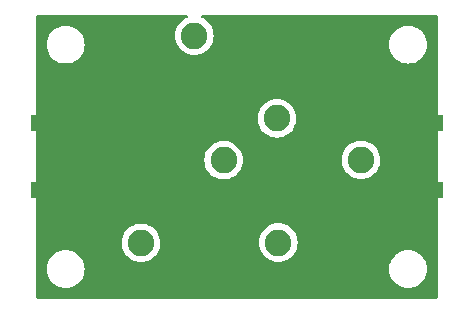
<source format=gbr>
%TF.GenerationSoftware,KiCad,Pcbnew,(6.0.1)*%
%TF.CreationDate,2022-02-12T12:27:59+00:00*%
%TF.ProjectId,LowPass_10mm,4c6f7750-6173-4735-9f31-306d6d2e6b69,rev?*%
%TF.SameCoordinates,Original*%
%TF.FileFunction,Copper,L2,Bot*%
%TF.FilePolarity,Positive*%
%FSLAX46Y46*%
G04 Gerber Fmt 4.6, Leading zero omitted, Abs format (unit mm)*
G04 Created by KiCad (PCBNEW (6.0.1)) date 2022-02-12 12:27:59*
%MOMM*%
%LPD*%
G01*
G04 APERTURE LIST*
%TA.AperFunction,ComponentPad*%
%ADD10C,2.250000*%
%TD*%
%TA.AperFunction,SMDPad,CuDef*%
%ADD11R,4.200000X1.350000*%
%TD*%
G04 APERTURE END LIST*
D10*
%TO.P,L3,1,1*%
%TO.N,Net-(C5-Pad1)*%
X121010800Y-119755800D03*
%TO.P,L3,2,2*%
%TO.N,Net-(C7-Pad1)*%
X128010800Y-112755800D03*
%TD*%
%TO.P,L2,1,1*%
%TO.N,Net-(C3-Pad1)*%
X113898800Y-102240200D03*
%TO.P,L2,2,2*%
%TO.N,Net-(C5-Pad1)*%
X120898800Y-109240200D03*
%TD*%
%TO.P,L1,2,2*%
%TO.N,Net-(C3-Pad1)*%
X116377600Y-112781200D03*
%TO.P,L1,1,1*%
%TO.N,Net-(C1-Pad1)*%
X109377600Y-119781200D03*
%TD*%
D11*
%TO.P,J2,2,Ext*%
%TO.N,GND*%
X132800000Y-109675000D03*
X132800000Y-115325000D03*
%TD*%
%TO.P,J1,2,Ext*%
%TO.N,GND*%
X102200000Y-115325000D03*
X102200000Y-109675000D03*
%TD*%
%TA.AperFunction,Conductor*%
%TO.N,GND*%
G36*
X113287056Y-100520002D02*
G01*
X113333549Y-100573658D01*
X113343653Y-100643932D01*
X113314159Y-100708512D01*
X113267153Y-100742409D01*
X113163131Y-100785496D01*
X113163127Y-100785498D01*
X113158557Y-100787391D01*
X112940401Y-100921077D01*
X112745844Y-101087244D01*
X112579677Y-101281801D01*
X112445991Y-101499957D01*
X112444098Y-101504527D01*
X112444096Y-101504531D01*
X112349972Y-101731767D01*
X112348078Y-101736340D01*
X112346923Y-101741152D01*
X112289503Y-101980317D01*
X112289502Y-101980323D01*
X112288348Y-101985130D01*
X112268274Y-102240200D01*
X112288348Y-102495270D01*
X112289502Y-102500077D01*
X112289503Y-102500083D01*
X112326947Y-102656043D01*
X112348078Y-102744060D01*
X112349971Y-102748631D01*
X112349972Y-102748633D01*
X112352107Y-102753786D01*
X112445991Y-102980443D01*
X112579677Y-103198599D01*
X112745844Y-103393156D01*
X112940401Y-103559323D01*
X113158557Y-103693009D01*
X113163127Y-103694902D01*
X113163131Y-103694904D01*
X113390367Y-103789028D01*
X113394940Y-103790922D01*
X113482957Y-103812053D01*
X113638917Y-103849497D01*
X113638923Y-103849498D01*
X113643730Y-103850652D01*
X113898800Y-103870726D01*
X114153870Y-103850652D01*
X114158677Y-103849498D01*
X114158683Y-103849497D01*
X114314643Y-103812053D01*
X114402660Y-103790922D01*
X114407233Y-103789028D01*
X114634469Y-103694904D01*
X114634473Y-103694902D01*
X114639043Y-103693009D01*
X114857199Y-103559323D01*
X115051756Y-103393156D01*
X115217923Y-103198599D01*
X115339624Y-103000000D01*
X130394551Y-103000000D01*
X130414317Y-103251148D01*
X130473127Y-103496111D01*
X130475020Y-103500682D01*
X130475021Y-103500684D01*
X130554685Y-103693009D01*
X130569534Y-103728859D01*
X130701164Y-103943659D01*
X130704376Y-103947419D01*
X130704379Y-103947424D01*
X130849256Y-104117052D01*
X130864776Y-104135224D01*
X130868538Y-104138437D01*
X131052576Y-104295621D01*
X131052581Y-104295624D01*
X131056341Y-104298836D01*
X131271141Y-104430466D01*
X131275711Y-104432359D01*
X131275715Y-104432361D01*
X131499316Y-104524979D01*
X131503889Y-104526873D01*
X131588289Y-104547135D01*
X131744039Y-104584528D01*
X131744045Y-104584529D01*
X131748852Y-104585683D01*
X131837149Y-104592632D01*
X131934661Y-104600307D01*
X131934670Y-104600307D01*
X131937118Y-104600500D01*
X132062882Y-104600500D01*
X132065330Y-104600307D01*
X132065339Y-104600307D01*
X132162851Y-104592632D01*
X132251148Y-104585683D01*
X132255955Y-104584529D01*
X132255961Y-104584528D01*
X132411711Y-104547135D01*
X132496111Y-104526873D01*
X132500684Y-104524979D01*
X132724285Y-104432361D01*
X132724289Y-104432359D01*
X132728859Y-104430466D01*
X132943659Y-104298836D01*
X132947419Y-104295624D01*
X132947424Y-104295621D01*
X133131462Y-104138437D01*
X133135224Y-104135224D01*
X133150744Y-104117052D01*
X133295621Y-103947424D01*
X133295624Y-103947419D01*
X133298836Y-103943659D01*
X133430466Y-103728859D01*
X133445316Y-103693009D01*
X133524979Y-103500684D01*
X133524980Y-103500682D01*
X133526873Y-103496111D01*
X133585683Y-103251148D01*
X133605449Y-103000000D01*
X133585683Y-102748852D01*
X133583378Y-102739248D01*
X133528028Y-102508701D01*
X133526873Y-102503889D01*
X133430466Y-102271141D01*
X133298836Y-102056341D01*
X133295624Y-102052581D01*
X133295621Y-102052576D01*
X133138437Y-101868538D01*
X133135224Y-101864776D01*
X132979491Y-101731767D01*
X132947424Y-101704379D01*
X132947419Y-101704376D01*
X132943659Y-101701164D01*
X132728859Y-101569534D01*
X132724289Y-101567641D01*
X132724285Y-101567639D01*
X132500684Y-101475021D01*
X132500682Y-101475020D01*
X132496111Y-101473127D01*
X132411711Y-101452865D01*
X132255961Y-101415472D01*
X132255955Y-101415471D01*
X132251148Y-101414317D01*
X132162851Y-101407368D01*
X132065339Y-101399693D01*
X132065330Y-101399693D01*
X132062882Y-101399500D01*
X131937118Y-101399500D01*
X131934670Y-101399693D01*
X131934661Y-101399693D01*
X131837149Y-101407368D01*
X131748852Y-101414317D01*
X131744045Y-101415471D01*
X131744039Y-101415472D01*
X131588289Y-101452865D01*
X131503889Y-101473127D01*
X131499318Y-101475020D01*
X131499316Y-101475021D01*
X131275715Y-101567639D01*
X131275711Y-101567641D01*
X131271141Y-101569534D01*
X131056341Y-101701164D01*
X131052581Y-101704376D01*
X131052576Y-101704379D01*
X131020509Y-101731767D01*
X130864776Y-101864776D01*
X130861563Y-101868538D01*
X130704379Y-102052576D01*
X130704376Y-102052581D01*
X130701164Y-102056341D01*
X130569534Y-102271141D01*
X130473127Y-102503889D01*
X130471972Y-102508701D01*
X130416623Y-102739248D01*
X130414317Y-102748852D01*
X130394551Y-103000000D01*
X115339624Y-103000000D01*
X115351609Y-102980443D01*
X115445494Y-102753786D01*
X115447628Y-102748633D01*
X115447629Y-102748631D01*
X115449522Y-102744060D01*
X115470653Y-102656043D01*
X115508097Y-102500083D01*
X115508098Y-102500077D01*
X115509252Y-102495270D01*
X115529326Y-102240200D01*
X115509252Y-101985130D01*
X115508098Y-101980323D01*
X115508097Y-101980317D01*
X115450677Y-101741152D01*
X115449522Y-101736340D01*
X115447628Y-101731767D01*
X115353504Y-101504531D01*
X115353502Y-101504527D01*
X115351609Y-101499957D01*
X115217923Y-101281801D01*
X115051756Y-101087244D01*
X114857199Y-100921077D01*
X114639043Y-100787391D01*
X114634473Y-100785498D01*
X114634469Y-100785496D01*
X114530447Y-100742409D01*
X114475166Y-100697861D01*
X114452745Y-100630497D01*
X114470303Y-100561706D01*
X114522265Y-100513328D01*
X114578665Y-100500000D01*
X134374000Y-100500000D01*
X134442121Y-100520002D01*
X134488614Y-100573658D01*
X134500000Y-100626000D01*
X134500000Y-124374000D01*
X134479998Y-124442121D01*
X134426342Y-124488614D01*
X134374000Y-124500000D01*
X100626000Y-124500000D01*
X100557879Y-124479998D01*
X100511386Y-124426342D01*
X100500000Y-124374000D01*
X100500000Y-122000000D01*
X101394551Y-122000000D01*
X101414317Y-122251148D01*
X101473127Y-122496111D01*
X101569534Y-122728859D01*
X101701164Y-122943659D01*
X101704376Y-122947419D01*
X101704379Y-122947424D01*
X101849256Y-123117052D01*
X101864776Y-123135224D01*
X101868538Y-123138437D01*
X102052576Y-123295621D01*
X102052581Y-123295624D01*
X102056341Y-123298836D01*
X102271141Y-123430466D01*
X102275711Y-123432359D01*
X102275715Y-123432361D01*
X102499316Y-123524979D01*
X102503889Y-123526873D01*
X102588289Y-123547135D01*
X102744039Y-123584528D01*
X102744045Y-123584529D01*
X102748852Y-123585683D01*
X102837149Y-123592632D01*
X102934661Y-123600307D01*
X102934670Y-123600307D01*
X102937118Y-123600500D01*
X103062882Y-123600500D01*
X103065330Y-123600307D01*
X103065339Y-123600307D01*
X103162851Y-123592632D01*
X103251148Y-123585683D01*
X103255955Y-123584529D01*
X103255961Y-123584528D01*
X103411711Y-123547135D01*
X103496111Y-123526873D01*
X103500684Y-123524979D01*
X103724285Y-123432361D01*
X103724289Y-123432359D01*
X103728859Y-123430466D01*
X103943659Y-123298836D01*
X103947419Y-123295624D01*
X103947424Y-123295621D01*
X104131462Y-123138437D01*
X104135224Y-123135224D01*
X104150744Y-123117052D01*
X104295621Y-122947424D01*
X104295624Y-122947419D01*
X104298836Y-122943659D01*
X104430466Y-122728859D01*
X104526873Y-122496111D01*
X104585683Y-122251148D01*
X104605449Y-122000000D01*
X130394551Y-122000000D01*
X130414317Y-122251148D01*
X130473127Y-122496111D01*
X130569534Y-122728859D01*
X130701164Y-122943659D01*
X130704376Y-122947419D01*
X130704379Y-122947424D01*
X130849256Y-123117052D01*
X130864776Y-123135224D01*
X130868538Y-123138437D01*
X131052576Y-123295621D01*
X131052581Y-123295624D01*
X131056341Y-123298836D01*
X131271141Y-123430466D01*
X131275711Y-123432359D01*
X131275715Y-123432361D01*
X131499316Y-123524979D01*
X131503889Y-123526873D01*
X131588289Y-123547135D01*
X131744039Y-123584528D01*
X131744045Y-123584529D01*
X131748852Y-123585683D01*
X131837149Y-123592632D01*
X131934661Y-123600307D01*
X131934670Y-123600307D01*
X131937118Y-123600500D01*
X132062882Y-123600500D01*
X132065330Y-123600307D01*
X132065339Y-123600307D01*
X132162851Y-123592632D01*
X132251148Y-123585683D01*
X132255955Y-123584529D01*
X132255961Y-123584528D01*
X132411711Y-123547135D01*
X132496111Y-123526873D01*
X132500684Y-123524979D01*
X132724285Y-123432361D01*
X132724289Y-123432359D01*
X132728859Y-123430466D01*
X132943659Y-123298836D01*
X132947419Y-123295624D01*
X132947424Y-123295621D01*
X133131462Y-123138437D01*
X133135224Y-123135224D01*
X133150744Y-123117052D01*
X133295621Y-122947424D01*
X133295624Y-122947419D01*
X133298836Y-122943659D01*
X133430466Y-122728859D01*
X133526873Y-122496111D01*
X133585683Y-122251148D01*
X133605449Y-122000000D01*
X133585683Y-121748852D01*
X133526873Y-121503889D01*
X133488698Y-121411726D01*
X133432361Y-121275715D01*
X133432359Y-121275711D01*
X133430466Y-121271141D01*
X133298836Y-121056341D01*
X133295624Y-121052581D01*
X133295621Y-121052576D01*
X133138437Y-120868538D01*
X133135224Y-120864776D01*
X132988661Y-120739599D01*
X132947424Y-120704379D01*
X132947419Y-120704376D01*
X132943659Y-120701164D01*
X132728859Y-120569534D01*
X132724289Y-120567641D01*
X132724285Y-120567639D01*
X132500684Y-120475021D01*
X132500682Y-120475020D01*
X132496111Y-120473127D01*
X132411711Y-120452865D01*
X132255961Y-120415472D01*
X132255955Y-120415471D01*
X132251148Y-120414317D01*
X132162851Y-120407368D01*
X132065339Y-120399693D01*
X132065330Y-120399693D01*
X132062882Y-120399500D01*
X131937118Y-120399500D01*
X131934670Y-120399693D01*
X131934661Y-120399693D01*
X131837149Y-120407368D01*
X131748852Y-120414317D01*
X131744045Y-120415471D01*
X131744039Y-120415472D01*
X131588289Y-120452865D01*
X131503889Y-120473127D01*
X131499318Y-120475020D01*
X131499316Y-120475021D01*
X131275715Y-120567639D01*
X131275711Y-120567641D01*
X131271141Y-120569534D01*
X131056341Y-120701164D01*
X131052581Y-120704376D01*
X131052576Y-120704379D01*
X131011339Y-120739599D01*
X130864776Y-120864776D01*
X130861563Y-120868538D01*
X130704379Y-121052576D01*
X130704376Y-121052581D01*
X130701164Y-121056341D01*
X130569534Y-121271141D01*
X130567641Y-121275711D01*
X130567639Y-121275715D01*
X130511302Y-121411726D01*
X130473127Y-121503889D01*
X130414317Y-121748852D01*
X130394551Y-122000000D01*
X104605449Y-122000000D01*
X104585683Y-121748852D01*
X104526873Y-121503889D01*
X104488698Y-121411726D01*
X104432361Y-121275715D01*
X104432359Y-121275711D01*
X104430466Y-121271141D01*
X104298836Y-121056341D01*
X104295624Y-121052581D01*
X104295621Y-121052576D01*
X104138437Y-120868538D01*
X104135224Y-120864776D01*
X103988661Y-120739599D01*
X103947424Y-120704379D01*
X103947419Y-120704376D01*
X103943659Y-120701164D01*
X103728859Y-120569534D01*
X103724289Y-120567641D01*
X103724285Y-120567639D01*
X103500684Y-120475021D01*
X103500682Y-120475020D01*
X103496111Y-120473127D01*
X103411711Y-120452865D01*
X103255961Y-120415472D01*
X103255955Y-120415471D01*
X103251148Y-120414317D01*
X103162851Y-120407368D01*
X103065339Y-120399693D01*
X103065330Y-120399693D01*
X103062882Y-120399500D01*
X102937118Y-120399500D01*
X102934670Y-120399693D01*
X102934661Y-120399693D01*
X102837149Y-120407368D01*
X102748852Y-120414317D01*
X102744045Y-120415471D01*
X102744039Y-120415472D01*
X102588289Y-120452865D01*
X102503889Y-120473127D01*
X102499318Y-120475020D01*
X102499316Y-120475021D01*
X102275715Y-120567639D01*
X102275711Y-120567641D01*
X102271141Y-120569534D01*
X102056341Y-120701164D01*
X102052581Y-120704376D01*
X102052576Y-120704379D01*
X102011339Y-120739599D01*
X101864776Y-120864776D01*
X101861563Y-120868538D01*
X101704379Y-121052576D01*
X101704376Y-121052581D01*
X101701164Y-121056341D01*
X101569534Y-121271141D01*
X101567641Y-121275711D01*
X101567639Y-121275715D01*
X101511302Y-121411726D01*
X101473127Y-121503889D01*
X101414317Y-121748852D01*
X101394551Y-122000000D01*
X100500000Y-122000000D01*
X100500000Y-119781200D01*
X107747074Y-119781200D01*
X107767148Y-120036270D01*
X107768302Y-120041077D01*
X107768303Y-120041083D01*
X107805747Y-120197043D01*
X107826878Y-120285060D01*
X107828771Y-120289631D01*
X107828772Y-120289633D01*
X107874361Y-120399693D01*
X107924791Y-120521443D01*
X108058477Y-120739599D01*
X108224644Y-120934156D01*
X108419201Y-121100323D01*
X108637357Y-121234009D01*
X108641927Y-121235902D01*
X108641931Y-121235904D01*
X108815207Y-121307677D01*
X108873740Y-121331922D01*
X108961757Y-121353053D01*
X109117717Y-121390497D01*
X109117723Y-121390498D01*
X109122530Y-121391652D01*
X109377600Y-121411726D01*
X109632670Y-121391652D01*
X109637477Y-121390498D01*
X109637483Y-121390497D01*
X109793443Y-121353053D01*
X109881460Y-121331922D01*
X109939993Y-121307677D01*
X110113269Y-121235904D01*
X110113273Y-121235902D01*
X110117843Y-121234009D01*
X110335999Y-121100323D01*
X110530556Y-120934156D01*
X110696723Y-120739599D01*
X110830409Y-120521443D01*
X110880840Y-120399693D01*
X110926428Y-120289633D01*
X110926429Y-120289631D01*
X110928322Y-120285060D01*
X110949453Y-120197043D01*
X110986897Y-120041083D01*
X110986898Y-120041077D01*
X110988052Y-120036270D01*
X111008126Y-119781200D01*
X111006127Y-119755800D01*
X119380274Y-119755800D01*
X119400348Y-120010870D01*
X119401502Y-120015677D01*
X119401503Y-120015683D01*
X119438947Y-120171643D01*
X119460078Y-120259660D01*
X119461971Y-120264231D01*
X119461972Y-120264233D01*
X119518082Y-120399693D01*
X119557991Y-120496043D01*
X119691677Y-120714199D01*
X119857844Y-120908756D01*
X120052401Y-121074923D01*
X120270557Y-121208609D01*
X120275127Y-121210502D01*
X120275131Y-121210504D01*
X120432565Y-121275715D01*
X120506940Y-121306522D01*
X120594957Y-121327653D01*
X120750917Y-121365097D01*
X120750923Y-121365098D01*
X120755730Y-121366252D01*
X121010800Y-121386326D01*
X121265870Y-121366252D01*
X121270677Y-121365098D01*
X121270683Y-121365097D01*
X121426643Y-121327653D01*
X121514660Y-121306522D01*
X121589035Y-121275715D01*
X121746469Y-121210504D01*
X121746473Y-121210502D01*
X121751043Y-121208609D01*
X121969199Y-121074923D01*
X122163756Y-120908756D01*
X122329923Y-120714199D01*
X122463609Y-120496043D01*
X122503519Y-120399693D01*
X122559628Y-120264233D01*
X122559629Y-120264231D01*
X122561522Y-120259660D01*
X122582653Y-120171643D01*
X122620097Y-120015683D01*
X122620098Y-120015677D01*
X122621252Y-120010870D01*
X122641326Y-119755800D01*
X122621252Y-119500730D01*
X122620098Y-119495923D01*
X122620097Y-119495917D01*
X122562677Y-119256752D01*
X122561522Y-119251940D01*
X122463609Y-119015557D01*
X122329923Y-118797401D01*
X122163756Y-118602844D01*
X121969199Y-118436677D01*
X121751043Y-118302991D01*
X121746473Y-118301098D01*
X121746469Y-118301096D01*
X121519233Y-118206972D01*
X121519231Y-118206971D01*
X121514660Y-118205078D01*
X121426643Y-118183947D01*
X121270683Y-118146503D01*
X121270677Y-118146502D01*
X121265870Y-118145348D01*
X121010800Y-118125274D01*
X120755730Y-118145348D01*
X120750923Y-118146502D01*
X120750917Y-118146503D01*
X120594957Y-118183947D01*
X120506940Y-118205078D01*
X120502369Y-118206971D01*
X120502367Y-118206972D01*
X120275131Y-118301096D01*
X120275127Y-118301098D01*
X120270557Y-118302991D01*
X120052401Y-118436677D01*
X119857844Y-118602844D01*
X119691677Y-118797401D01*
X119557991Y-119015557D01*
X119460078Y-119251940D01*
X119458923Y-119256752D01*
X119401503Y-119495917D01*
X119401502Y-119495923D01*
X119400348Y-119500730D01*
X119380274Y-119755800D01*
X111006127Y-119755800D01*
X110988052Y-119526130D01*
X110986898Y-119521323D01*
X110986897Y-119521317D01*
X110929477Y-119282152D01*
X110928322Y-119277340D01*
X110830409Y-119040957D01*
X110696723Y-118822801D01*
X110530556Y-118628244D01*
X110335999Y-118462077D01*
X110117843Y-118328391D01*
X110113273Y-118326498D01*
X110113269Y-118326496D01*
X109886033Y-118232372D01*
X109886031Y-118232371D01*
X109881460Y-118230478D01*
X109770852Y-118203923D01*
X109637483Y-118171903D01*
X109637477Y-118171902D01*
X109632670Y-118170748D01*
X109377600Y-118150674D01*
X109122530Y-118170748D01*
X109117723Y-118171902D01*
X109117717Y-118171903D01*
X108984348Y-118203923D01*
X108873740Y-118230478D01*
X108869169Y-118232371D01*
X108869167Y-118232372D01*
X108641931Y-118326496D01*
X108641927Y-118326498D01*
X108637357Y-118328391D01*
X108419201Y-118462077D01*
X108224644Y-118628244D01*
X108058477Y-118822801D01*
X107924791Y-119040957D01*
X107826878Y-119277340D01*
X107825723Y-119282152D01*
X107768303Y-119521317D01*
X107768302Y-119521323D01*
X107767148Y-119526130D01*
X107747074Y-119781200D01*
X100500000Y-119781200D01*
X100500000Y-112781200D01*
X114747074Y-112781200D01*
X114767148Y-113036270D01*
X114768302Y-113041077D01*
X114768303Y-113041083D01*
X114805747Y-113197043D01*
X114826878Y-113285060D01*
X114924791Y-113521443D01*
X115058477Y-113739599D01*
X115224644Y-113934156D01*
X115419201Y-114100323D01*
X115637357Y-114234009D01*
X115641927Y-114235902D01*
X115641931Y-114235904D01*
X115815207Y-114307677D01*
X115873740Y-114331922D01*
X115961757Y-114353053D01*
X116117717Y-114390497D01*
X116117723Y-114390498D01*
X116122530Y-114391652D01*
X116377600Y-114411726D01*
X116632670Y-114391652D01*
X116637477Y-114390498D01*
X116637483Y-114390497D01*
X116793443Y-114353053D01*
X116881460Y-114331922D01*
X116939993Y-114307677D01*
X117113269Y-114235904D01*
X117113273Y-114235902D01*
X117117843Y-114234009D01*
X117335999Y-114100323D01*
X117530556Y-113934156D01*
X117696723Y-113739599D01*
X117830409Y-113521443D01*
X117928322Y-113285060D01*
X117949453Y-113197043D01*
X117986897Y-113041083D01*
X117986898Y-113041077D01*
X117988052Y-113036270D01*
X118008126Y-112781200D01*
X118006127Y-112755800D01*
X126380274Y-112755800D01*
X126400348Y-113010870D01*
X126401502Y-113015677D01*
X126401503Y-113015683D01*
X126438947Y-113171643D01*
X126460078Y-113259660D01*
X126557991Y-113496043D01*
X126691677Y-113714199D01*
X126857844Y-113908756D01*
X127052401Y-114074923D01*
X127270557Y-114208609D01*
X127275127Y-114210502D01*
X127275131Y-114210504D01*
X127502367Y-114304628D01*
X127506940Y-114306522D01*
X127594957Y-114327653D01*
X127750917Y-114365097D01*
X127750923Y-114365098D01*
X127755730Y-114366252D01*
X128010800Y-114386326D01*
X128265870Y-114366252D01*
X128270677Y-114365098D01*
X128270683Y-114365097D01*
X128426643Y-114327653D01*
X128514660Y-114306522D01*
X128519233Y-114304628D01*
X128746469Y-114210504D01*
X128746473Y-114210502D01*
X128751043Y-114208609D01*
X128969199Y-114074923D01*
X129163756Y-113908756D01*
X129329923Y-113714199D01*
X129463609Y-113496043D01*
X129561522Y-113259660D01*
X129582653Y-113171643D01*
X129620097Y-113015683D01*
X129620098Y-113015677D01*
X129621252Y-113010870D01*
X129641326Y-112755800D01*
X129621252Y-112500730D01*
X129620098Y-112495923D01*
X129620097Y-112495917D01*
X129562677Y-112256752D01*
X129561522Y-112251940D01*
X129463609Y-112015557D01*
X129329923Y-111797401D01*
X129163756Y-111602844D01*
X128969199Y-111436677D01*
X128751043Y-111302991D01*
X128746473Y-111301098D01*
X128746469Y-111301096D01*
X128519233Y-111206972D01*
X128519231Y-111206971D01*
X128514660Y-111205078D01*
X128426643Y-111183947D01*
X128270683Y-111146503D01*
X128270677Y-111146502D01*
X128265870Y-111145348D01*
X128010800Y-111125274D01*
X127755730Y-111145348D01*
X127750923Y-111146502D01*
X127750917Y-111146503D01*
X127594957Y-111183947D01*
X127506940Y-111205078D01*
X127502369Y-111206971D01*
X127502367Y-111206972D01*
X127275131Y-111301096D01*
X127275127Y-111301098D01*
X127270557Y-111302991D01*
X127052401Y-111436677D01*
X126857844Y-111602844D01*
X126691677Y-111797401D01*
X126557991Y-112015557D01*
X126460078Y-112251940D01*
X126458923Y-112256752D01*
X126401503Y-112495917D01*
X126401502Y-112495923D01*
X126400348Y-112500730D01*
X126380274Y-112755800D01*
X118006127Y-112755800D01*
X117988052Y-112526130D01*
X117986898Y-112521323D01*
X117986897Y-112521317D01*
X117929477Y-112282152D01*
X117928322Y-112277340D01*
X117830409Y-112040957D01*
X117696723Y-111822801D01*
X117530556Y-111628244D01*
X117335999Y-111462077D01*
X117117843Y-111328391D01*
X117113273Y-111326498D01*
X117113269Y-111326496D01*
X116886033Y-111232372D01*
X116886031Y-111232371D01*
X116881460Y-111230478D01*
X116770852Y-111203923D01*
X116637483Y-111171903D01*
X116637477Y-111171902D01*
X116632670Y-111170748D01*
X116377600Y-111150674D01*
X116122530Y-111170748D01*
X116117723Y-111171902D01*
X116117717Y-111171903D01*
X115984348Y-111203923D01*
X115873740Y-111230478D01*
X115869169Y-111232371D01*
X115869167Y-111232372D01*
X115641931Y-111326496D01*
X115641927Y-111326498D01*
X115637357Y-111328391D01*
X115419201Y-111462077D01*
X115224644Y-111628244D01*
X115058477Y-111822801D01*
X114924791Y-112040957D01*
X114826878Y-112277340D01*
X114825723Y-112282152D01*
X114768303Y-112521317D01*
X114768302Y-112521323D01*
X114767148Y-112526130D01*
X114747074Y-112781200D01*
X100500000Y-112781200D01*
X100500000Y-109240200D01*
X119268274Y-109240200D01*
X119288348Y-109495270D01*
X119289502Y-109500077D01*
X119289503Y-109500083D01*
X119326947Y-109656043D01*
X119348078Y-109744060D01*
X119445991Y-109980443D01*
X119579677Y-110198599D01*
X119745844Y-110393156D01*
X119940401Y-110559323D01*
X120158557Y-110693009D01*
X120163127Y-110694902D01*
X120163131Y-110694904D01*
X120390367Y-110789028D01*
X120394940Y-110790922D01*
X120482957Y-110812053D01*
X120638917Y-110849497D01*
X120638923Y-110849498D01*
X120643730Y-110850652D01*
X120898800Y-110870726D01*
X121153870Y-110850652D01*
X121158677Y-110849498D01*
X121158683Y-110849497D01*
X121314643Y-110812053D01*
X121402660Y-110790922D01*
X121407233Y-110789028D01*
X121634469Y-110694904D01*
X121634473Y-110694902D01*
X121639043Y-110693009D01*
X121857199Y-110559323D01*
X122051756Y-110393156D01*
X122217923Y-110198599D01*
X122351609Y-109980443D01*
X122449522Y-109744060D01*
X122470653Y-109656043D01*
X122508097Y-109500083D01*
X122508098Y-109500077D01*
X122509252Y-109495270D01*
X122529326Y-109240200D01*
X122509252Y-108985130D01*
X122508098Y-108980323D01*
X122508097Y-108980317D01*
X122450677Y-108741152D01*
X122449522Y-108736340D01*
X122351609Y-108499957D01*
X122217923Y-108281801D01*
X122051756Y-108087244D01*
X121857199Y-107921077D01*
X121639043Y-107787391D01*
X121634473Y-107785498D01*
X121634469Y-107785496D01*
X121407233Y-107691372D01*
X121407231Y-107691371D01*
X121402660Y-107689478D01*
X121314643Y-107668347D01*
X121158683Y-107630903D01*
X121158677Y-107630902D01*
X121153870Y-107629748D01*
X120898800Y-107609674D01*
X120643730Y-107629748D01*
X120638923Y-107630902D01*
X120638917Y-107630903D01*
X120482957Y-107668347D01*
X120394940Y-107689478D01*
X120390369Y-107691371D01*
X120390367Y-107691372D01*
X120163131Y-107785496D01*
X120163127Y-107785498D01*
X120158557Y-107787391D01*
X119940401Y-107921077D01*
X119745844Y-108087244D01*
X119579677Y-108281801D01*
X119445991Y-108499957D01*
X119348078Y-108736340D01*
X119346923Y-108741152D01*
X119289503Y-108980317D01*
X119289502Y-108980323D01*
X119288348Y-108985130D01*
X119268274Y-109240200D01*
X100500000Y-109240200D01*
X100500000Y-103000000D01*
X101394551Y-103000000D01*
X101414317Y-103251148D01*
X101473127Y-103496111D01*
X101475020Y-103500682D01*
X101475021Y-103500684D01*
X101554685Y-103693009D01*
X101569534Y-103728859D01*
X101701164Y-103943659D01*
X101704376Y-103947419D01*
X101704379Y-103947424D01*
X101849256Y-104117052D01*
X101864776Y-104135224D01*
X101868538Y-104138437D01*
X102052576Y-104295621D01*
X102052581Y-104295624D01*
X102056341Y-104298836D01*
X102271141Y-104430466D01*
X102275711Y-104432359D01*
X102275715Y-104432361D01*
X102499316Y-104524979D01*
X102503889Y-104526873D01*
X102588289Y-104547135D01*
X102744039Y-104584528D01*
X102744045Y-104584529D01*
X102748852Y-104585683D01*
X102837149Y-104592632D01*
X102934661Y-104600307D01*
X102934670Y-104600307D01*
X102937118Y-104600500D01*
X103062882Y-104600500D01*
X103065330Y-104600307D01*
X103065339Y-104600307D01*
X103162851Y-104592632D01*
X103251148Y-104585683D01*
X103255955Y-104584529D01*
X103255961Y-104584528D01*
X103411711Y-104547135D01*
X103496111Y-104526873D01*
X103500684Y-104524979D01*
X103724285Y-104432361D01*
X103724289Y-104432359D01*
X103728859Y-104430466D01*
X103943659Y-104298836D01*
X103947419Y-104295624D01*
X103947424Y-104295621D01*
X104131462Y-104138437D01*
X104135224Y-104135224D01*
X104150744Y-104117052D01*
X104295621Y-103947424D01*
X104295624Y-103947419D01*
X104298836Y-103943659D01*
X104430466Y-103728859D01*
X104445316Y-103693009D01*
X104524979Y-103500684D01*
X104524980Y-103500682D01*
X104526873Y-103496111D01*
X104585683Y-103251148D01*
X104605449Y-103000000D01*
X104585683Y-102748852D01*
X104583378Y-102739248D01*
X104528028Y-102508701D01*
X104526873Y-102503889D01*
X104430466Y-102271141D01*
X104298836Y-102056341D01*
X104295624Y-102052581D01*
X104295621Y-102052576D01*
X104138437Y-101868538D01*
X104135224Y-101864776D01*
X103979491Y-101731767D01*
X103947424Y-101704379D01*
X103947419Y-101704376D01*
X103943659Y-101701164D01*
X103728859Y-101569534D01*
X103724289Y-101567641D01*
X103724285Y-101567639D01*
X103500684Y-101475021D01*
X103500682Y-101475020D01*
X103496111Y-101473127D01*
X103411711Y-101452865D01*
X103255961Y-101415472D01*
X103255955Y-101415471D01*
X103251148Y-101414317D01*
X103162851Y-101407368D01*
X103065339Y-101399693D01*
X103065330Y-101399693D01*
X103062882Y-101399500D01*
X102937118Y-101399500D01*
X102934670Y-101399693D01*
X102934661Y-101399693D01*
X102837149Y-101407368D01*
X102748852Y-101414317D01*
X102744045Y-101415471D01*
X102744039Y-101415472D01*
X102588289Y-101452865D01*
X102503889Y-101473127D01*
X102499318Y-101475020D01*
X102499316Y-101475021D01*
X102275715Y-101567639D01*
X102275711Y-101567641D01*
X102271141Y-101569534D01*
X102056341Y-101701164D01*
X102052581Y-101704376D01*
X102052576Y-101704379D01*
X102020509Y-101731767D01*
X101864776Y-101864776D01*
X101861563Y-101868538D01*
X101704379Y-102052576D01*
X101704376Y-102052581D01*
X101701164Y-102056341D01*
X101569534Y-102271141D01*
X101473127Y-102503889D01*
X101471972Y-102508701D01*
X101416623Y-102739248D01*
X101414317Y-102748852D01*
X101394551Y-103000000D01*
X100500000Y-103000000D01*
X100500000Y-100626000D01*
X100520002Y-100557879D01*
X100573658Y-100511386D01*
X100626000Y-100500000D01*
X113218935Y-100500000D01*
X113287056Y-100520002D01*
G37*
%TD.AperFunction*%
%TD*%
M02*

</source>
